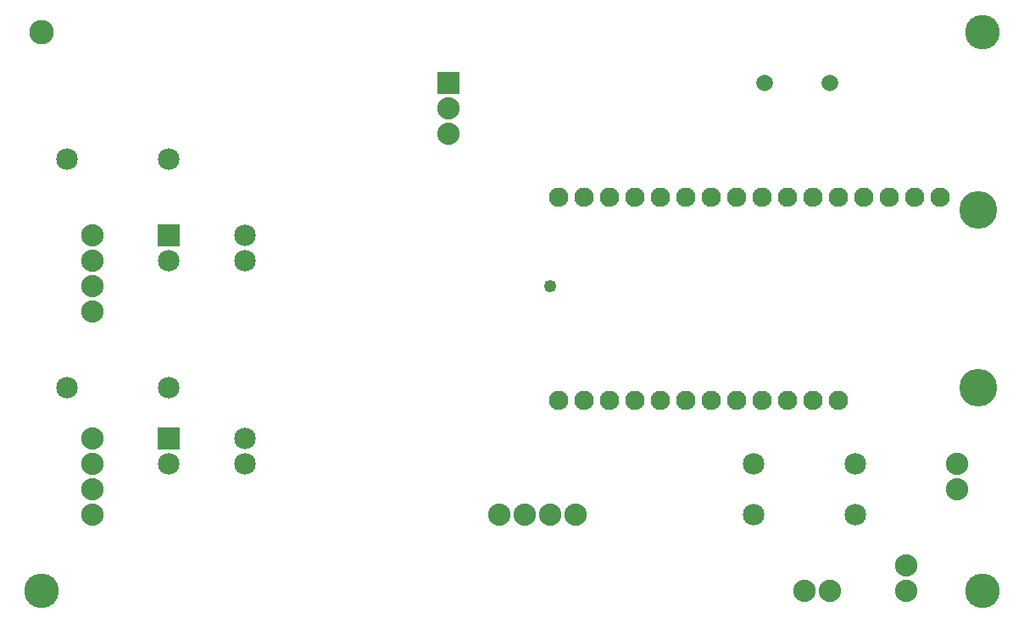
<source format=gbs>
G04 MADE WITH FRITZING*
G04 WWW.FRITZING.ORG*
G04 DOUBLE SIDED*
G04 HOLES PLATED*
G04 CONTOUR ON CENTER OF CONTOUR VECTOR*
%ASAXBY*%
%FSLAX23Y23*%
%MOIN*%
%OFA0B0*%
%SFA1.0B1.0*%
%ADD10C,0.049370*%
%ADD11C,0.135984*%
%ADD12C,0.096614*%
%ADD13C,0.088000*%
%ADD14C,0.085000*%
%ADD15C,0.076000*%
%ADD16C,0.148425*%
%ADD17C,0.065433*%
%ADD18R,0.088000X0.088000*%
%ADD19R,0.085000X0.085000*%
%LNMASK0*%
G90*
G70*
G54D10*
X2105Y1314D03*
G54D11*
X3807Y2313D03*
X3807Y113D03*
G54D12*
X107Y2313D03*
G54D11*
X107Y113D03*
G54D13*
X1707Y2113D03*
X1707Y2013D03*
X1707Y1913D03*
G54D14*
X607Y713D03*
X907Y713D03*
X607Y613D03*
X907Y613D03*
X607Y1513D03*
X907Y1513D03*
X607Y1413D03*
X907Y1413D03*
X207Y913D03*
X607Y913D03*
X207Y1813D03*
X607Y1813D03*
G54D15*
X2139Y863D03*
G54D16*
X3789Y913D03*
X3789Y1613D03*
G54D15*
X2339Y863D03*
X2539Y863D03*
X2239Y863D03*
X2739Y863D03*
X2439Y863D03*
X2939Y863D03*
X2639Y863D03*
X3139Y863D03*
X2839Y863D03*
X3639Y1663D03*
X3039Y863D03*
X3439Y1663D03*
X3239Y863D03*
X3239Y1663D03*
X3539Y1663D03*
X3039Y1663D03*
X3339Y1663D03*
X2839Y1663D03*
X3139Y1663D03*
X2639Y1663D03*
X2939Y1663D03*
X2439Y1663D03*
X2739Y1663D03*
X2239Y1663D03*
X2539Y1663D03*
X2339Y1663D03*
X2139Y1663D03*
G54D13*
X307Y413D03*
X307Y513D03*
X307Y613D03*
X307Y713D03*
X2207Y413D03*
X2107Y413D03*
X2007Y413D03*
X1907Y413D03*
X307Y1213D03*
X307Y1313D03*
X307Y1413D03*
X307Y1513D03*
X3107Y113D03*
X3107Y113D03*
X3207Y113D03*
X3707Y613D03*
X3707Y513D03*
X3507Y213D03*
X3507Y113D03*
G54D17*
X3207Y2113D03*
X2951Y2113D03*
G54D14*
X2907Y613D03*
X3307Y613D03*
X2907Y413D03*
X3307Y413D03*
G54D18*
X1707Y2113D03*
G54D19*
X607Y713D03*
X607Y1513D03*
G04 End of Mask0*
M02*
</source>
